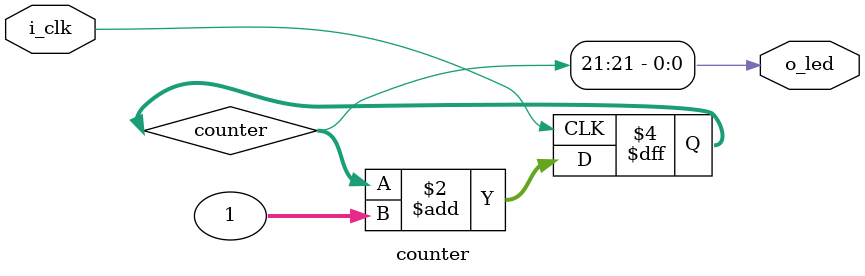
<source format=v>
module counter (
    input i_clk, 
    output o_led
);

    assign o_led = counter[21];

    reg [32:0] counter = 0;

    always @(posedge i_clk)
        counter <= counter + 1;

endmodule
</source>
